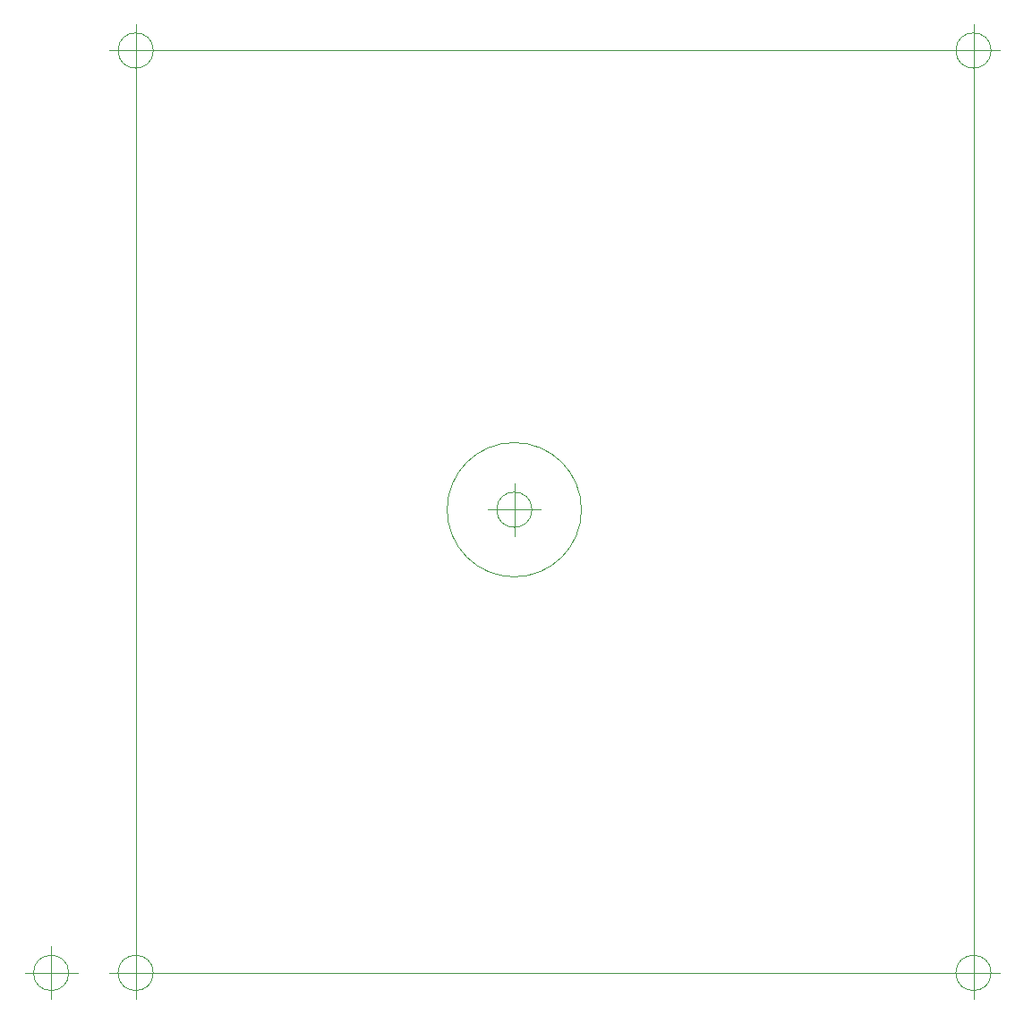
<source format=gbr>
%TF.GenerationSoftware,KiCad,Pcbnew,(5.1.10)-1*%
%TF.CreationDate,2021-11-30T13:01:00-06:00*%
%TF.ProjectId,Charges_KiCAD_Project,43686172-6765-4735-9f4b-694341445f50,rev?*%
%TF.SameCoordinates,Original*%
%TF.FileFunction,Profile,NP*%
%FSLAX46Y46*%
G04 Gerber Fmt 4.6, Leading zero omitted, Abs format (unit mm)*
G04 Created by KiCad (PCBNEW (5.1.10)-1) date 2021-11-30 13:01:00*
%MOMM*%
%LPD*%
G01*
G04 APERTURE LIST*
%TA.AperFunction,Profile*%
%ADD10C,0.050000*%
%TD*%
G04 APERTURE END LIST*
D10*
X139065000Y-95885000D02*
G75*
G03*
X139065000Y-95885000I-6350000J0D01*
G01*
X134381666Y-95885000D02*
G75*
G03*
X134381666Y-95885000I-1666666J0D01*
G01*
X130215000Y-95885000D02*
X135215000Y-95885000D01*
X132715000Y-93385000D02*
X132715000Y-98385000D01*
X177815666Y-139700000D02*
G75*
G03*
X177815666Y-139700000I-1666666J0D01*
G01*
X173649000Y-139700000D02*
X178649000Y-139700000D01*
X176149000Y-137200000D02*
X176149000Y-142200000D01*
X177815666Y-52451000D02*
G75*
G03*
X177815666Y-52451000I-1666666J0D01*
G01*
X173649000Y-52451000D02*
X178649000Y-52451000D01*
X176149000Y-49951000D02*
X176149000Y-54951000D01*
X176149000Y-52451000D02*
X176022000Y-52451000D01*
X176149000Y-139700000D02*
X176149000Y-52451000D01*
X175895000Y-139700000D02*
X176149000Y-139700000D01*
X96901000Y-52705000D02*
X96901000Y-52451000D01*
X176022000Y-52451000D02*
X96901000Y-52451000D01*
X96901000Y-139700000D02*
X96901000Y-52705000D01*
X96901000Y-139700000D02*
X175895000Y-139700000D01*
X98567666Y-52451000D02*
G75*
G03*
X98567666Y-52451000I-1666666J0D01*
G01*
X94401000Y-52451000D02*
X99401000Y-52451000D01*
X96901000Y-49951000D02*
X96901000Y-54951000D01*
X98567666Y-139700000D02*
G75*
G03*
X98567666Y-139700000I-1666666J0D01*
G01*
X94401000Y-139700000D02*
X99401000Y-139700000D01*
X96901000Y-137200000D02*
X96901000Y-142200000D01*
X90566666Y-139700000D02*
G75*
G03*
X90566666Y-139700000I-1666666J0D01*
G01*
X86400000Y-139700000D02*
X91400000Y-139700000D01*
X88900000Y-137200000D02*
X88900000Y-142200000D01*
M02*

</source>
